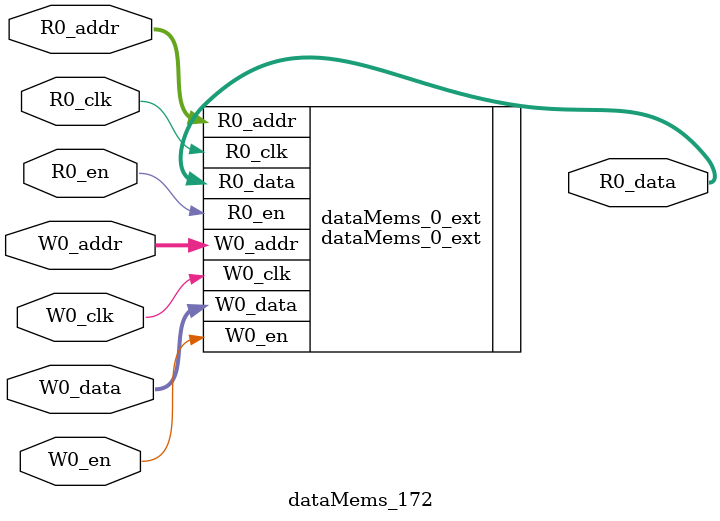
<source format=sv>
`ifndef RANDOMIZE
  `ifdef RANDOMIZE_REG_INIT
    `define RANDOMIZE
  `endif // RANDOMIZE_REG_INIT
`endif // not def RANDOMIZE
`ifndef RANDOMIZE
  `ifdef RANDOMIZE_MEM_INIT
    `define RANDOMIZE
  `endif // RANDOMIZE_MEM_INIT
`endif // not def RANDOMIZE

`ifndef RANDOM
  `define RANDOM $random
`endif // not def RANDOM

// Users can define 'PRINTF_COND' to add an extra gate to prints.
`ifndef PRINTF_COND_
  `ifdef PRINTF_COND
    `define PRINTF_COND_ (`PRINTF_COND)
  `else  // PRINTF_COND
    `define PRINTF_COND_ 1
  `endif // PRINTF_COND
`endif // not def PRINTF_COND_

// Users can define 'ASSERT_VERBOSE_COND' to add an extra gate to assert error printing.
`ifndef ASSERT_VERBOSE_COND_
  `ifdef ASSERT_VERBOSE_COND
    `define ASSERT_VERBOSE_COND_ (`ASSERT_VERBOSE_COND)
  `else  // ASSERT_VERBOSE_COND
    `define ASSERT_VERBOSE_COND_ 1
  `endif // ASSERT_VERBOSE_COND
`endif // not def ASSERT_VERBOSE_COND_

// Users can define 'STOP_COND' to add an extra gate to stop conditions.
`ifndef STOP_COND_
  `ifdef STOP_COND
    `define STOP_COND_ (`STOP_COND)
  `else  // STOP_COND
    `define STOP_COND_ 1
  `endif // STOP_COND
`endif // not def STOP_COND_

// Users can define INIT_RANDOM as general code that gets injected into the
// initializer block for modules with registers.
`ifndef INIT_RANDOM
  `define INIT_RANDOM
`endif // not def INIT_RANDOM

// If using random initialization, you can also define RANDOMIZE_DELAY to
// customize the delay used, otherwise 0.002 is used.
`ifndef RANDOMIZE_DELAY
  `define RANDOMIZE_DELAY 0.002
`endif // not def RANDOMIZE_DELAY

// Define INIT_RANDOM_PROLOG_ for use in our modules below.
`ifndef INIT_RANDOM_PROLOG_
  `ifdef RANDOMIZE
    `ifdef VERILATOR
      `define INIT_RANDOM_PROLOG_ `INIT_RANDOM
    `else  // VERILATOR
      `define INIT_RANDOM_PROLOG_ `INIT_RANDOM #`RANDOMIZE_DELAY begin end
    `endif // VERILATOR
  `else  // RANDOMIZE
    `define INIT_RANDOM_PROLOG_
  `endif // RANDOMIZE
`endif // not def INIT_RANDOM_PROLOG_

// Include register initializers in init blocks unless synthesis is set
`ifndef SYNTHESIS
  `ifndef ENABLE_INITIAL_REG_
    `define ENABLE_INITIAL_REG_
  `endif // not def ENABLE_INITIAL_REG_
`endif // not def SYNTHESIS

// Include rmemory initializers in init blocks unless synthesis is set
`ifndef SYNTHESIS
  `ifndef ENABLE_INITIAL_MEM_
    `define ENABLE_INITIAL_MEM_
  `endif // not def ENABLE_INITIAL_MEM_
`endif // not def SYNTHESIS

module dataMems_172(	// @[generators/ara/src/main/scala/UnsafeAXI4ToTL.scala:365:62]
  input  [4:0]   R0_addr,
  input          R0_en,
  input          R0_clk,
  output [130:0] R0_data,
  input  [4:0]   W0_addr,
  input          W0_en,
  input          W0_clk,
  input  [130:0] W0_data
);

  dataMems_0_ext dataMems_0_ext (	// @[generators/ara/src/main/scala/UnsafeAXI4ToTL.scala:365:62]
    .R0_addr (R0_addr),
    .R0_en   (R0_en),
    .R0_clk  (R0_clk),
    .R0_data (R0_data),
    .W0_addr (W0_addr),
    .W0_en   (W0_en),
    .W0_clk  (W0_clk),
    .W0_data (W0_data)
  );
endmodule


</source>
